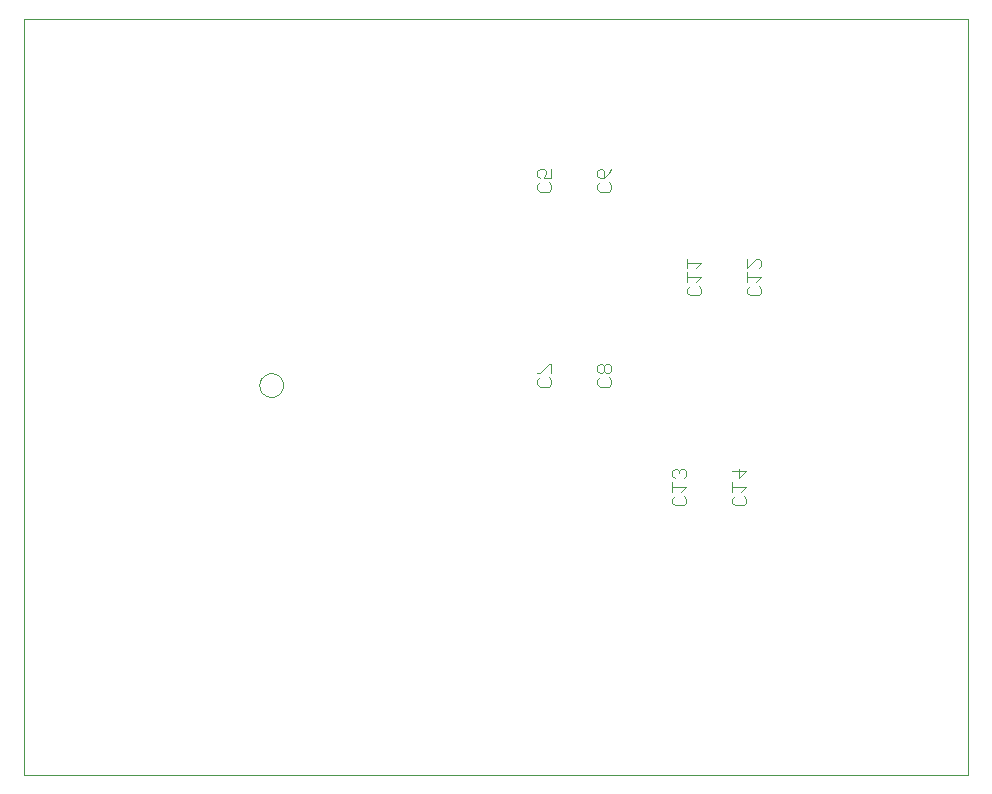
<source format=gbo>
G75*
G70*
%OFA0B0*%
%FSLAX24Y24*%
%IPPOS*%
%LPD*%
%AMOC8*
5,1,8,0,0,1.08239X$1,22.5*
%
%ADD10C,0.0000*%
%ADD11C,0.0040*%
D10*
X003296Y000101D02*
X003296Y025298D01*
X034788Y025298D01*
X034788Y000101D01*
X003296Y000101D01*
X011152Y013101D02*
X011154Y013140D01*
X011160Y013179D01*
X011170Y013217D01*
X011183Y013254D01*
X011200Y013289D01*
X011220Y013323D01*
X011244Y013354D01*
X011271Y013383D01*
X011300Y013409D01*
X011332Y013432D01*
X011366Y013452D01*
X011402Y013468D01*
X011439Y013480D01*
X011478Y013489D01*
X011517Y013494D01*
X011556Y013495D01*
X011595Y013492D01*
X011634Y013485D01*
X011671Y013474D01*
X011708Y013460D01*
X011743Y013442D01*
X011776Y013421D01*
X011807Y013396D01*
X011835Y013369D01*
X011860Y013339D01*
X011882Y013306D01*
X011901Y013272D01*
X011916Y013236D01*
X011928Y013198D01*
X011936Y013160D01*
X011940Y013121D01*
X011940Y013081D01*
X011936Y013042D01*
X011928Y013004D01*
X011916Y012966D01*
X011901Y012930D01*
X011882Y012896D01*
X011860Y012863D01*
X011835Y012833D01*
X011807Y012806D01*
X011776Y012781D01*
X011743Y012760D01*
X011708Y012742D01*
X011671Y012728D01*
X011634Y012717D01*
X011595Y012710D01*
X011556Y012707D01*
X011517Y012708D01*
X011478Y012713D01*
X011439Y012722D01*
X011402Y012734D01*
X011366Y012750D01*
X011332Y012770D01*
X011300Y012793D01*
X011271Y012819D01*
X011244Y012848D01*
X011220Y012879D01*
X011200Y012913D01*
X011183Y012948D01*
X011170Y012985D01*
X011160Y013023D01*
X011154Y013062D01*
X011152Y013101D01*
D11*
X020416Y013127D02*
X020416Y013280D01*
X020492Y013357D01*
X020492Y013510D02*
X020416Y013510D01*
X020492Y013510D02*
X020799Y013817D01*
X020876Y013817D01*
X020876Y013510D01*
X020799Y013357D02*
X020876Y013280D01*
X020876Y013127D01*
X020799Y013050D01*
X020492Y013050D01*
X020416Y013127D01*
X022416Y013127D02*
X022416Y013280D01*
X022492Y013357D01*
X022492Y013510D02*
X022416Y013587D01*
X022416Y013741D01*
X022492Y013817D01*
X022569Y013817D01*
X022646Y013741D01*
X022646Y013587D01*
X022723Y013510D01*
X022799Y013510D01*
X022876Y013587D01*
X022876Y013741D01*
X022799Y013817D01*
X022723Y013817D01*
X022646Y013741D01*
X022646Y013587D02*
X022569Y013510D01*
X022492Y013510D01*
X022799Y013357D02*
X022876Y013280D01*
X022876Y013127D01*
X022799Y013050D01*
X022492Y013050D01*
X022416Y013127D01*
X024992Y010317D02*
X024916Y010241D01*
X024916Y010087D01*
X024992Y010010D01*
X024916Y009857D02*
X024916Y009550D01*
X024916Y009703D02*
X025376Y009703D01*
X025223Y009550D01*
X025299Y009397D02*
X025376Y009320D01*
X025376Y009166D01*
X025299Y009090D01*
X024992Y009090D01*
X024916Y009166D01*
X024916Y009320D01*
X024992Y009397D01*
X025299Y010010D02*
X025376Y010087D01*
X025376Y010241D01*
X025299Y010317D01*
X025223Y010317D01*
X025146Y010241D01*
X025069Y010317D01*
X024992Y010317D01*
X025146Y010241D02*
X025146Y010164D01*
X026916Y010241D02*
X027376Y010241D01*
X027146Y010010D01*
X027146Y010317D01*
X026916Y009857D02*
X026916Y009550D01*
X026916Y009703D02*
X027376Y009703D01*
X027223Y009550D01*
X027299Y009397D02*
X027376Y009320D01*
X027376Y009166D01*
X027299Y009090D01*
X026992Y009090D01*
X026916Y009166D01*
X026916Y009320D01*
X026992Y009397D01*
X027492Y016090D02*
X027416Y016166D01*
X027416Y016320D01*
X027492Y016397D01*
X027416Y016550D02*
X027416Y016857D01*
X027416Y017010D02*
X027723Y017317D01*
X027799Y017317D01*
X027876Y017241D01*
X027876Y017087D01*
X027799Y017010D01*
X027876Y016703D02*
X027416Y016703D01*
X027416Y017010D02*
X027416Y017317D01*
X027876Y016703D02*
X027723Y016550D01*
X027799Y016397D02*
X027876Y016320D01*
X027876Y016166D01*
X027799Y016090D01*
X027492Y016090D01*
X025876Y016166D02*
X025799Y016090D01*
X025492Y016090D01*
X025416Y016166D01*
X025416Y016320D01*
X025492Y016397D01*
X025416Y016550D02*
X025416Y016857D01*
X025416Y017010D02*
X025416Y017317D01*
X025416Y017164D02*
X025876Y017164D01*
X025723Y017010D01*
X025876Y016703D02*
X025416Y016703D01*
X025723Y016550D02*
X025876Y016703D01*
X025799Y016397D02*
X025876Y016320D01*
X025876Y016166D01*
X022799Y019550D02*
X022492Y019550D01*
X022416Y019627D01*
X022416Y019780D01*
X022492Y019857D01*
X022492Y020010D02*
X022416Y020087D01*
X022416Y020241D01*
X022492Y020317D01*
X022569Y020317D01*
X022646Y020241D01*
X022646Y020010D01*
X022492Y020010D01*
X022646Y020010D02*
X022799Y020164D01*
X022876Y020317D01*
X022799Y019857D02*
X022876Y019780D01*
X022876Y019627D01*
X022799Y019550D01*
X020876Y019627D02*
X020799Y019550D01*
X020492Y019550D01*
X020416Y019627D01*
X020416Y019780D01*
X020492Y019857D01*
X020492Y020010D02*
X020416Y020087D01*
X020416Y020241D01*
X020492Y020317D01*
X020646Y020317D01*
X020723Y020241D01*
X020723Y020164D01*
X020646Y020010D01*
X020876Y020010D01*
X020876Y020317D01*
X020799Y019857D02*
X020876Y019780D01*
X020876Y019627D01*
M02*

</source>
